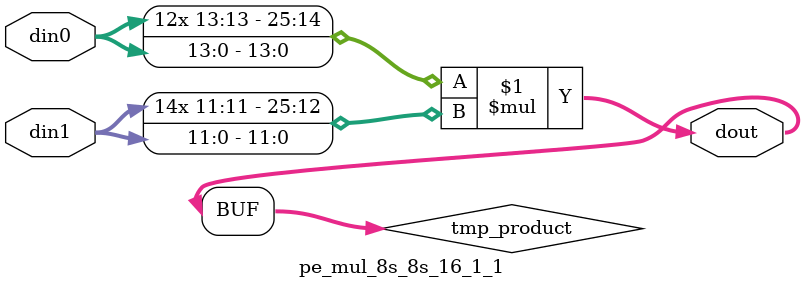
<source format=v>

`timescale 1 ns / 1 ps

  (* use_dsp = "no" *)  module pe_mul_8s_8s_16_1_1(din0, din1, dout);
parameter ID = 1;
parameter NUM_STAGE = 0;
parameter din0_WIDTH = 14;
parameter din1_WIDTH = 12;
parameter dout_WIDTH = 26;

input [din0_WIDTH - 1 : 0] din0; 
input [din1_WIDTH - 1 : 0] din1; 
output [dout_WIDTH - 1 : 0] dout;

wire signed [dout_WIDTH - 1 : 0] tmp_product;













assign tmp_product = $signed(din0) * $signed(din1);








assign dout = tmp_product;







endmodule

</source>
